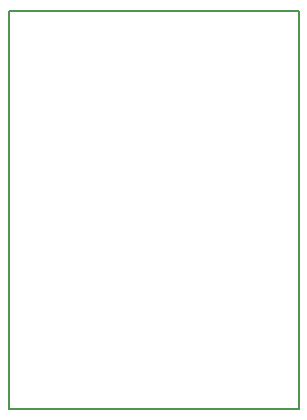
<source format=gbr>
%TF.GenerationSoftware,KiCad,Pcbnew,8.0.3*%
%TF.CreationDate,2024-07-06T18:06:21+05:30*%
%TF.ProjectId,nrf528_board,6e726635-3238-45f6-926f-6172642e6b69,rev?*%
%TF.SameCoordinates,Original*%
%TF.FileFunction,Profile,NP*%
%FSLAX46Y46*%
G04 Gerber Fmt 4.6, Leading zero omitted, Abs format (unit mm)*
G04 Created by KiCad (PCBNEW 8.0.3) date 2024-07-06 18:06:21*
%MOMM*%
%LPD*%
G01*
G04 APERTURE LIST*
%TA.AperFunction,Profile*%
%ADD10C,0.200000*%
%TD*%
G04 APERTURE END LIST*
D10*
X122300000Y-45400000D02*
X146900000Y-45400000D01*
X146900000Y-79050000D01*
X122300000Y-79050000D01*
X122300000Y-45400000D01*
M02*

</source>
